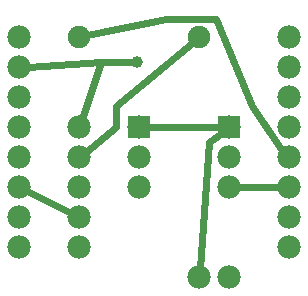
<source format=gtl>
G04 MADE WITH FRITZING*
G04 WWW.FRITZING.ORG*
G04 DOUBLE SIDED*
G04 HOLES PLATED*
G04 CONTOUR ON CENTER OF CONTOUR VECTOR*
%ASAXBY*%
%FSLAX23Y23*%
%MOIN*%
%OFA0B0*%
%SFA1.0B1.0*%
%ADD10C,0.077778*%
%ADD11C,0.000000*%
%ADD12C,0.075000*%
%ADD13C,0.078000*%
%ADD14C,0.039370*%
%ADD15R,0.078000X0.078000*%
%ADD16C,0.024000*%
%ADD17R,0.001000X0.001000*%
%LNCOPPER1*%
G90*
G70*
G54D10*
X950Y305D03*
X950Y405D03*
X950Y505D03*
X950Y604D03*
X950Y704D03*
X950Y804D03*
X950Y904D03*
X950Y1004D03*
X50Y1004D03*
X50Y904D03*
X50Y804D03*
X50Y704D03*
X50Y604D03*
X50Y505D03*
X50Y405D03*
X50Y305D03*
G54D11*
X750Y305D03*
X750Y405D03*
X750Y505D03*
X750Y604D03*
X750Y704D03*
X750Y804D03*
X750Y904D03*
X750Y1004D03*
X750Y1104D03*
X650Y305D03*
X650Y405D03*
X650Y505D03*
X650Y604D03*
X650Y704D03*
X650Y804D03*
X650Y904D03*
X650Y1004D03*
X650Y1104D03*
X550Y305D03*
X550Y405D03*
X550Y505D03*
X550Y604D03*
X550Y704D03*
X550Y804D03*
X550Y904D03*
X550Y1004D03*
X550Y1104D03*
X450Y305D03*
X450Y405D03*
X450Y505D03*
X450Y604D03*
X450Y704D03*
X450Y804D03*
X450Y904D03*
X450Y1004D03*
X450Y1104D03*
X350Y305D03*
X350Y405D03*
X350Y505D03*
X350Y604D03*
X350Y704D03*
X350Y804D03*
X350Y904D03*
X350Y1004D03*
X350Y1104D03*
X250Y305D03*
X250Y405D03*
X250Y505D03*
X250Y604D03*
X250Y704D03*
X250Y804D03*
X250Y904D03*
X250Y1004D03*
X250Y1104D03*
X150Y1104D03*
G54D12*
X250Y1004D03*
X650Y1004D03*
G54D13*
X450Y704D03*
X450Y604D03*
X450Y504D03*
X750Y704D03*
X750Y604D03*
X750Y504D03*
X250Y704D03*
X250Y604D03*
X250Y504D03*
X250Y404D03*
X250Y304D03*
X750Y204D03*
X650Y204D03*
G54D14*
X444Y920D03*
G54D15*
X450Y704D03*
X750Y704D03*
G54D16*
X921Y504D02*
X780Y504D01*
D02*
X76Y491D02*
X223Y418D01*
D02*
X274Y623D02*
X372Y704D01*
X372Y704D02*
X372Y776D01*
X372Y776D02*
X628Y986D01*
D02*
X260Y733D02*
X324Y920D01*
X324Y920D02*
X425Y920D01*
D02*
X79Y906D02*
X324Y920D01*
D02*
X720Y704D02*
X480Y704D01*
D02*
X653Y234D02*
X684Y656D01*
X684Y656D02*
X726Y686D01*
D02*
X278Y1010D02*
X540Y1064D01*
X540Y1064D02*
X708Y1064D01*
X708Y1064D02*
X828Y776D01*
X828Y776D02*
X924Y632D01*
X924Y632D02*
X930Y626D01*
G54D17*
D02*
G04 End of Copper1*
M02*
</source>
